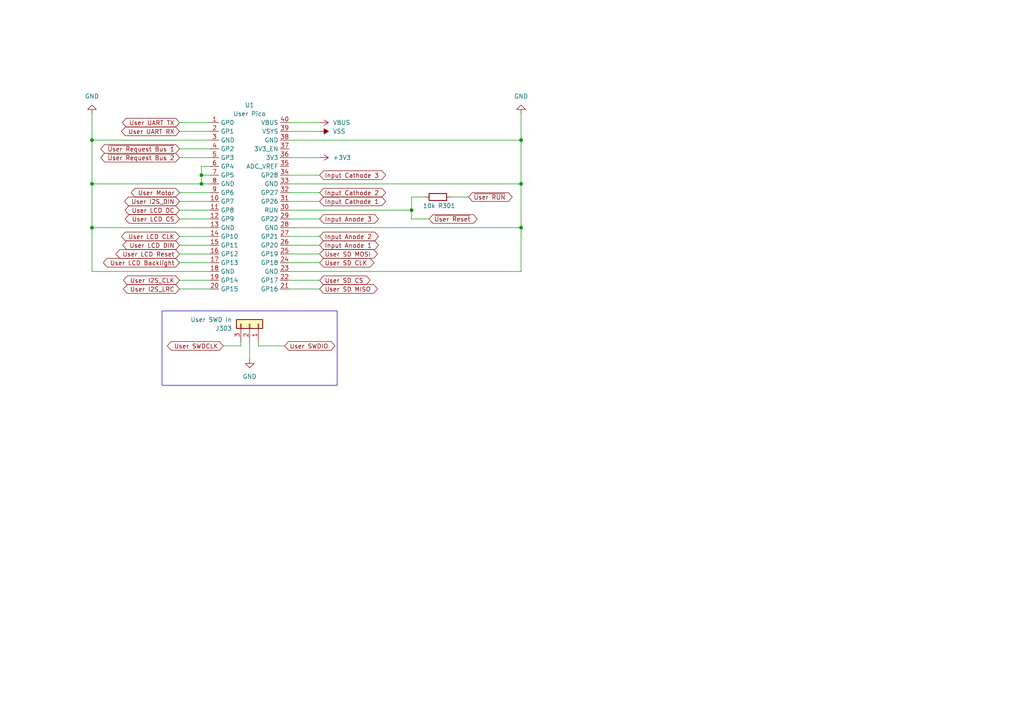
<source format=kicad_sch>
(kicad_sch (version 20230121) (generator eeschema)
  (paper "A4")
  (lib_symbols
    (symbol "Connector_Generic:Conn_01x03" (pin_names (offset 1.016) hide)
      (property "Reference" "J" (at 0 5.08 0))
      (property "Value" "Conn_01x03" (at 0 -5.08 0))
      (symbol "Conn_01x03_1_1"
        (rectangle (start -1.27 -2.413) (end 0 -2.667) (stroke (width 0.1524)))
        (rectangle (start -1.27 0.127) (end 0 -0.127) (stroke (width 0.1524)))
        (rectangle (start -1.27 2.667) (end 0 2.413) (stroke (width 0.1524)))
        (rectangle (start -1.27 3.81) (end 1.27 -3.81) (stroke (width 0.254)) (fill (type background)))
        (pin passive line (at -5.08 2.54 0) (length 3.81) (name "Pin_1") (number "1"))
        (pin passive line (at -5.08 0 0) (length 3.81) (name "Pin_2") (number "2"))
        (pin passive line (at -5.08 -2.54 0) (length 3.81) (name "Pin_3") (number "3"))
      )
    )
    (symbol "Device:R" (pin_numbers hide) (pin_names (offset 0))
      (property "Reference" "R" (at 2.032 0 90))
      (property "Value" "R" (at 0 0 90))
      (symbol "R_0_1"
        (rectangle (start -1.016 -2.54) (end 1.016 2.54) (stroke (width 0.254)))
      )
      (symbol "R_1_1"
        (pin passive line (at 0 3.81 270) (length 1.27) (name "~") (number "1"))
        (pin passive line (at 0 -3.81 90) (length 1.27) (name "~") (number "2"))
      )
    )
    (symbol "PICOnsole:Raspberry_Pi_Pico"
      (property "Reference" "U?" (at 0 -39.37 0))
      (property "Value" "Raspberry_Pi_Pico" (at 0 13.97 0))
      (symbol "Raspberry_Pi_Pico_0_0"
        (pin bidirectional line (at -11.43 11.43 0) (length 2.54) (name "GP0") (number "1"))
        (pin bidirectional line (at -11.43 -11.43 0) (length 2.54) (name "GP7") (number "10"))
        (pin bidirectional line (at -11.43 -13.97 0) (length 2.54) (name "GP8") (number "11"))
        (pin bidirectional line (at -11.43 -16.51 0) (length 2.54) (name "GP9") (number "12"))
        (pin power_in line (at -11.43 -19.05 0) (length 2.54) (name "GND") (number "13"))
        (pin bidirectional line (at -11.43 -21.59 0) (length 2.54) (name "GP10") (number "14"))
        (pin bidirectional line (at -11.43 -24.13 0) (length 2.54) (name "GP11") (number "15"))
        (pin bidirectional line (at -11.43 -26.67 0) (length 2.54) (name "GP12") (number "16"))
        (pin bidirectional line (at -11.43 -29.21 0) (length 2.54) (name "GP13") (number "17"))
        (pin power_in line (at -11.43 -31.75 0) (length 2.54) (name "GND") (number "18"))
        (pin bidirectional line (at -11.43 -34.29 0) (length 2.54) (name "GP14") (number "19"))
        (pin bidirectional line (at -11.43 8.89 0) (length 2.54) (name "GP1") (number "2"))
        (pin bidirectional line (at -11.43 -36.83 0) (length 2.54) (name "GP15") (number "20"))
        (pin bidirectional line (at 11.43 -36.83 180) (length 2.54) (name "GP16") (number "21"))
        (pin bidirectional line (at 11.43 -34.29 180) (length 2.54) (name "GP17") (number "22"))
        (pin power_in line (at 11.43 -31.75 180) (length 2.54) (name "GND") (number "23"))
        (pin bidirectional line (at 11.43 -29.21 180) (length 2.54) (name "GP18") (number "24"))
        (pin bidirectional line (at 11.43 -26.67 180) (length 2.54) (name "GP19") (number "25"))
        (pin bidirectional line (at 11.43 -24.13 180) (length 2.54) (name "GP20") (number "26"))
        (pin bidirectional line (at 11.43 -21.59 180) (length 2.54) (name "GP21") (number "27"))
        (pin power_in line (at 11.43 -19.05 180) (length 2.54) (name "GND") (number "28"))
        (pin bidirectional line (at 11.43 -16.51 180) (length 2.54) (name "GP22") (number "29"))
        (pin power_in line (at -11.43 6.35 0) (length 2.54) (name "GND") (number "3"))
        (pin input line (at 11.43 -13.97 180) (length 2.54) (name "RUN") (number "30"))
        (pin bidirectional line (at 11.43 -11.43 180) (length 2.54) (name "GP26") (number "31"))
        (pin bidirectional line (at 11.43 -8.89 180) (length 2.54) (name "GP27") (number "32"))
        (pin power_in line (at 11.43 -6.35 180) (length 2.54) (name "GND") (number "33"))
        (pin bidirectional line (at 11.43 -3.81 180) (length 2.54) (name "GP28") (number "34"))
        (pin output line (at 11.43 -1.27 180) (length 2.54) (name "ADC_VREF") (number "35"))
        (pin power_out line (at 11.43 1.27 180) (length 2.54) (name "3V3") (number "36"))
        (pin input line (at 11.43 3.81 180) (length 2.54) (name "3V3_EN") (number "37"))
        (pin power_in line (at 11.43 6.35 180) (length 2.54) (name "GND") (number "38"))
        (pin power_out line (at 11.43 8.89 180) (length 2.54) (name "VSYS") (number "39"))
        (pin bidirectional line (at -11.43 3.81 0) (length 2.54) (name "GP2") (number "4"))
        (pin power_in line (at 11.43 11.43 180) (length 2.54) (name "VBUS") (number "40"))
        (pin bidirectional line (at -11.43 1.27 0) (length 2.54) (name "GP3") (number "5"))
        (pin bidirectional line (at -11.43 -1.27 0) (length 2.54) (name "GP4") (number "6"))
        (pin bidirectional line (at -11.43 -3.81 0) (length 2.54) (name "GP5") (number "7"))
        (pin power_in line (at -11.43 -6.35 0) (length 2.54) (name "GND") (number "8"))
        (pin bidirectional line (at -11.43 -8.89 0) (length 2.54) (name "GP6") (number "9"))
      )
    )
    (symbol "power:+3.3V" (power) (pin_names (offset 0))
      (property "Value" "+3.3V" (at 0 3.556 0))
      (symbol "+3.3V_0_1"
        (polyline (pts (xy -0.762 1.27) (xy 0 2.54)))
        (polyline (pts (xy 0 0) (xy 0 2.54)))
        (polyline (pts (xy 0 2.54) (xy 0.762 1.27)))
      )
      (symbol "+3.3V_1_1"
        (pin power_in line (at 0 0 90) (length 0) hide (name "+3V3") (number "1"))
      )
    )
    (symbol "power:GND" (power) (pin_names (offset 0))
      (property "Value" "GND" (at 0 -3.81 0))
      (symbol "GND_0_1"
        (polyline (pts (xy 0 0) (xy 0 -1.27) (xy 1.27 -1.27) (xy 0 -2.54) (xy -1.27 -1.27) (xy 0 -1.27)))
      )
      (symbol "GND_1_1"
        (pin power_in line (at 0 0 270) (length 0) hide (name "GND") (number "1"))
      )
    )
    (symbol "power:VBUS" (power) (pin_names (offset 0))
      (property "Value" "VBUS" (at 0 3.81 0))
      (symbol "VBUS_0_1"
        (polyline (pts (xy -0.762 1.27) (xy 0 2.54)))
        (polyline (pts (xy 0 0) (xy 0 2.54)))
        (polyline (pts (xy 0 2.54) (xy 0.762 1.27)))
      )
      (symbol "VBUS_1_1"
        (pin power_in line (at 0 0 90) (length 0) hide (name "VBUS") (number "1"))
      )
    )
    (symbol "power:VSS" (power) (pin_names (offset 0))
      (property "Value" "VSS" (at 0 3.81 0))
      (symbol "VSS_0_1"
        (polyline (pts (xy 0 0) (xy 0 2.54)))
        (polyline (pts (xy 0.762 1.27) (xy -0.762 1.27) (xy 0 2.54) (xy 0.762 1.27)) (fill (type outline)))
      )
      (symbol "VSS_1_1"
        (pin power_in line (at 0 0 90) (length 0) hide (name "VSS") (number "1"))
      )
    )
  )
  (junction (at 151.13 66.04))
  (junction (at 26.67 40.64))
  (junction (at 26.67 53.34))
  (junction (at 119.38 60.96))
  (junction (at 151.13 53.34))
  (junction (at 58.42 53.34))
  (junction (at 26.67 66.04))
  (junction (at 151.13 40.64))
  (junction (at 58.42 50.8))
  (wire (pts (xy 26.67 33.02) (xy 26.67 40.64)))
  (wire (pts (xy 58.42 48.26) (xy 58.42 50.8)))
  (wire (pts (xy 52.07 45.72) (xy 60.96 45.72)))
  (wire (pts (xy 72.39 104.14) (xy 72.39 99.06)))
  (wire (pts (xy 82.55 100.33) (xy 74.93 100.33)))
  (wire (pts (xy 83.82 83.82) (xy 92.71 83.82)))
  (wire (pts (xy 83.82 73.66) (xy 92.71 73.66)))
  (wire (pts (xy 58.42 50.8) (xy 60.96 50.8)))
  (wire (pts (xy 52.07 68.58) (xy 60.96 68.58)))
  (wire (pts (xy 52.07 58.42) (xy 60.96 58.42)))
  (wire (pts (xy 26.67 78.74) (xy 60.96 78.74)))
  (wire (pts (xy 52.07 81.28) (xy 60.96 81.28)))
  (wire (pts (xy 52.07 60.96) (xy 60.96 60.96)))
  (wire (pts (xy 92.71 55.88) (xy 83.82 55.88)))
  (wire (pts (xy 124.46 63.5) (xy 119.38 63.5)))
  (wire (pts (xy 123.19 57.15) (xy 119.38 57.15)))
  (wire (pts (xy 26.67 40.64) (xy 60.96 40.64)))
  (wire (pts (xy 58.42 50.8) (xy 58.42 53.34)))
  (wire (pts (xy 92.71 58.42) (xy 83.82 58.42)))
  (wire (pts (xy 151.13 66.04) (xy 151.13 53.34)))
  (wire (pts (xy 130.81 57.15) (xy 135.89 57.15)))
  (wire (pts (xy 52.07 35.56) (xy 60.96 35.56)))
  (wire (pts (xy 83.82 76.2) (xy 92.71 76.2)))
  (wire (pts (xy 151.13 53.34) (xy 151.13 40.64)))
  (wire (pts (xy 83.82 35.56) (xy 92.71 35.56)))
  (wire (pts (xy 119.38 63.5) (xy 119.38 60.96)))
  (wire (pts (xy 83.82 38.1) (xy 92.71 38.1)))
  (wire (pts (xy 58.42 53.34) (xy 60.96 53.34)))
  (wire (pts (xy 26.67 66.04) (xy 60.96 66.04)))
  (wire (pts (xy 52.07 71.12) (xy 60.96 71.12)))
  (wire (pts (xy 52.07 43.18) (xy 60.96 43.18)))
  (wire (pts (xy 83.82 66.04) (xy 151.13 66.04)))
  (wire (pts (xy 26.67 40.64) (xy 26.67 53.34)))
  (wire (pts (xy 83.82 53.34) (xy 151.13 53.34)))
  (wire (pts (xy 52.07 83.82) (xy 60.96 83.82)))
  (wire (pts (xy 83.82 68.58) (xy 92.71 68.58)))
  (wire (pts (xy 26.67 53.34) (xy 58.42 53.34)))
  (wire (pts (xy 83.82 71.12) (xy 92.71 71.12)))
  (wire (pts (xy 52.07 63.5) (xy 60.96 63.5)))
  (wire (pts (xy 83.82 45.72) (xy 92.71 45.72)))
  (wire (pts (xy 26.67 53.34) (xy 26.67 66.04)))
  (wire (pts (xy 83.82 81.28) (xy 92.71 81.28)))
  (wire (pts (xy 60.96 48.26) (xy 58.42 48.26)))
  (wire (pts (xy 52.07 76.2) (xy 60.96 76.2)))
  (wire (pts (xy 151.13 78.74) (xy 151.13 66.04)))
  (wire (pts (xy 64.77 100.33) (xy 69.85 100.33)))
  (wire (pts (xy 26.67 66.04) (xy 26.67 78.74)))
  (wire (pts (xy 74.93 100.33) (xy 74.93 99.06)))
  (wire (pts (xy 151.13 40.64) (xy 151.13 33.02)))
  (wire (pts (xy 52.07 55.88) (xy 60.96 55.88)))
  (wire (pts (xy 83.82 60.96) (xy 119.38 60.96)))
  (wire (pts (xy 52.07 38.1) (xy 60.96 38.1)))
  (wire (pts (xy 83.82 40.64) (xy 151.13 40.64)))
  (wire (pts (xy 52.07 73.66) (xy 60.96 73.66)))
  (wire (pts (xy 83.82 78.74) (xy 151.13 78.74)))
  (wire (pts (xy 83.82 63.5) (xy 92.71 63.5)))
  (wire (pts (xy 92.71 50.8) (xy 83.82 50.8)))
  (wire (pts (xy 119.38 60.96) (xy 119.38 57.15)))
  (wire (pts (xy 69.85 100.33) (xy 69.85 99.06)))
  (rectangle (start 46.99 90.17) (end 97.79 111.76))
  (global_label "User I2S_DIN" (shape bidirectional) (at 52.07 58.42 180) (property "Intersheetrefs" "${INTERSHEET_REFS}" (effects hide)))
  (global_label "User LCD Backlight" (shape bidirectional) (at 52.07 76.2 180) (property "Intersheetrefs" "${INTERSHEET_REFS}" (effects hide)))
  (global_label "User SD MISO" (shape bidirectional) (at 92.71 83.82 0) (property "Intersheetrefs" "${INTERSHEET_REFS}" (effects hide)))
  (global_label "User LCD CS" (shape bidirectional) (at 52.07 63.5 180) (property "Intersheetrefs" "${INTERSHEET_REFS}" (effects hide)))
  (global_label "User LCD Reset" (shape bidirectional) (at 52.07 73.66 180) (property "Intersheetrefs" "${INTERSHEET_REFS}" (effects hide)))
  (global_label "User SWDIO" (shape bidirectional) (at 82.55 100.33 0) (property "Intersheetrefs" "${INTERSHEET_REFS}" (effects hide)))
  (global_label "Input Anode 1" (shape bidirectional) (at 92.71 71.12 0) (property "Intersheetrefs" "${INTERSHEET_REFS}" (effects hide)))
  (global_label "Input Anode 3" (shape bidirectional) (at 92.71 63.5 0) (property "Intersheetrefs" "${INTERSHEET_REFS}" (effects hide)))
  (global_label "~{User RUN}" (shape bidirectional) (at 135.89 57.15 0) (property "Intersheetrefs" "${INTERSHEET_REFS}" (effects hide)))
  (global_label "User SWDCLK" (shape bidirectional) (at 64.77 100.33 180) (property "Intersheetrefs" "${INTERSHEET_REFS}" (effects hide)))
  (global_label "~{User Request Bus 2}" (shape bidirectional) (at 52.07 45.72 180) (property "Intersheetrefs" "${INTERSHEET_REFS}" (effects hide)))
  (global_label "User SD MOSI" (shape bidirectional) (at 92.71 73.66 0) (property "Intersheetrefs" "${INTERSHEET_REFS}" (effects hide)))
  (global_label "User I2S_CLK" (shape bidirectional) (at 52.07 81.28 180) (property "Intersheetrefs" "${INTERSHEET_REFS}" (effects hide)))
  (global_label "Input Cathode 3" (shape bidirectional) (at 92.71 50.8 0) (property "Intersheetrefs" "${INTERSHEET_REFS}" (effects hide)))
  (global_label "User Motor" (shape bidirectional) (at 52.07 55.88 180) (property "Intersheetrefs" "${INTERSHEET_REFS}" (effects hide)))
  (global_label "User I2S_LRC" (shape bidirectional) (at 52.07 83.82 180) (property "Intersheetrefs" "${INTERSHEET_REFS}" (effects hide)))
  (global_label "Input Cathode 1" (shape bidirectional) (at 92.71 58.42 0) (property "Intersheetrefs" "${INTERSHEET_REFS}" (effects hide)))
  (global_label "User LCD DC" (shape bidirectional) (at 52.07 60.96 180) (property "Intersheetrefs" "${INTERSHEET_REFS}" (effects hide)))
  (global_label "User LCD CLK" (shape bidirectional) (at 52.07 68.58 180) (property "Intersheetrefs" "${INTERSHEET_REFS}" (effects hide)))
  (global_label "Input Anode 2" (shape bidirectional) (at 92.71 68.58 0) (property "Intersheetrefs" "${INTERSHEET_REFS}" (effects hide)))
  (global_label "User SD CLK" (shape bidirectional) (at 92.71 76.2 0) (property "Intersheetrefs" "${INTERSHEET_REFS}" (effects hide)))
  (global_label "~{User Reset}" (shape bidirectional) (at 124.46 63.5 0) (property "Intersheetrefs" "${INTERSHEET_REFS}" (effects hide)))
  (global_label "User LCD DIN" (shape bidirectional) (at 52.07 71.12 180) (property "Intersheetrefs" "${INTERSHEET_REFS}" (effects hide)))
  (global_label "User SD CS" (shape bidirectional) (at 92.71 81.28 0) (property "Intersheetrefs" "${INTERSHEET_REFS}" (effects hide)))
  (global_label "~{User Request Bus 1}" (shape bidirectional) (at 52.07 43.18 180) (property "Intersheetrefs" "${INTERSHEET_REFS}" (effects hide)))
  (global_label "Input Cathode 2" (shape bidirectional) (at 92.71 55.88 0) (property "Intersheetrefs" "${INTERSHEET_REFS}" (effects hide)))
  (global_label "User UART RX" (shape bidirectional) (at 52.07 38.1 180) (property "Intersheetrefs" "${INTERSHEET_REFS}" (effects hide)))
  (global_label "User UART TX" (shape bidirectional) (at 52.07 35.56 180) (property "Intersheetrefs" "${INTERSHEET_REFS}" (effects hide)))
  (symbol (lib_id "power:GND") (at 151.13 33.02 180) (unit 1)
    (property "Reference" "#PWR0111" (effects hide))
    (property "Value" "GND" (at 151.13 27.94 0))
    (instances (project "DevkitHotswapPicoHub" (path "" (reference "#PWR0111") (unit 1)) (path "" (reference "#PWR024") (unit 1))))
  )
  (symbol (lib_id "Device:R") (at 127 57.15 270) (unit 1)
    (property "Reference" "R301" (at 129.54 59.69 90))
    (property "Value" "10k" (at 124.46 59.69 90))
    (property "Footprint" "Resistor_SMD:R_0805_2012Metric" (effects hide))
  )
  (symbol (lib_id "power:VBUS") (at 92.71 35.56 270) (unit 1)
    (property "Reference" "#PWR0110" (effects hide))
    (property "Value" "VBUS" (at 96.52 35.5599 90) (effects (justify left)))
    (instances (project "DevkitHotswapPicoHub" (path "" (reference "#PWR0110") (unit 1)) (path "" (reference "#PWR021") (unit 1))))
  )
  (symbol (lib_id "power:GND") (at 72.39 104.14 0) (mirror y) (unit 1)
    (property "Reference" "#PWR0111" (effects hide))
    (property "Value" "GND" (at 72.39 109.22 0))
    (instances (project "DevkitHotswapPicoHub" (path "" (reference "#PWR0111") (unit 1)) (path "" (reference "#PWR020") (unit 1))))
  )
  (symbol (lib_id "power:+3.3V") (at 92.71 45.72 270) (unit 1)
    (property "Reference" "#PWR0120" (effects hide))
    (property "Value" "+3.3V" (at 96.52 45.7199 90) (effects (justify left)))
    (instances (project "DevkitHotswapPicoHub" (path "" (reference "#PWR0120") (unit 1)) (path "" (reference "#PWR023") (unit 1))))
  )
  (symbol (lib_id "power:VSS") (at 92.71 38.1 270) (unit 1)
    (property "Reference" "#PWR0106" (effects hide))
    (property "Value" "VSS" (at 96.52 38.1 90) (effects (justify left)))
    (instances (project "DevkitHotswapPicoHub" (path "" (reference "#PWR0106") (unit 1)) (path "" (reference "#PWR022") (unit 1))))
  )
  (symbol (lib_id "PICOnsole:Raspberry_Pi_Pico") (at 72.39 46.99 0) (unit 1)
    (property "Reference" "U1" (at 72.39 30.48 0))
    (property "Value" "User Pico" (at 72.39 33.02 0))
    (property "Footprint" "PICOnsole:Raspberry_Pi_Pico" (effects hide))
    (instances (project "DevkitHotswapPicoHub" (path "" (reference "U1") (unit 1)) (path "" (reference "U300") (unit 1))))
  )
  (symbol (lib_id "Connector_Generic:Conn_01x03") (at 72.39 93.98 270) (mirror x) (unit 1)
    (property "Reference" "J303" (at 67.31 95.25 90) (effects (justify right)))
    (property "Value" "User SWD In" (at 67.31 92.71 90) (effects (justify right)))
    (property "Footprint" "Connector_PinHeader_2.54mm:PinHeader_1x03_P2.54mm_Vertical" (effects hide))
  )
  (symbol (lib_id "power:GND") (at 26.67 33.02 180) (unit 1)
    (property "Reference" "#PWR0105" (effects hide))
    (property "Value" "GND" (at 26.67 27.94 0))
    (instances (project "DevkitHotswapPicoHub" (path "" (reference "#PWR0105") (unit 1)) (path "" (reference "#PWR019") (unit 1))))
  )
)
</source>
